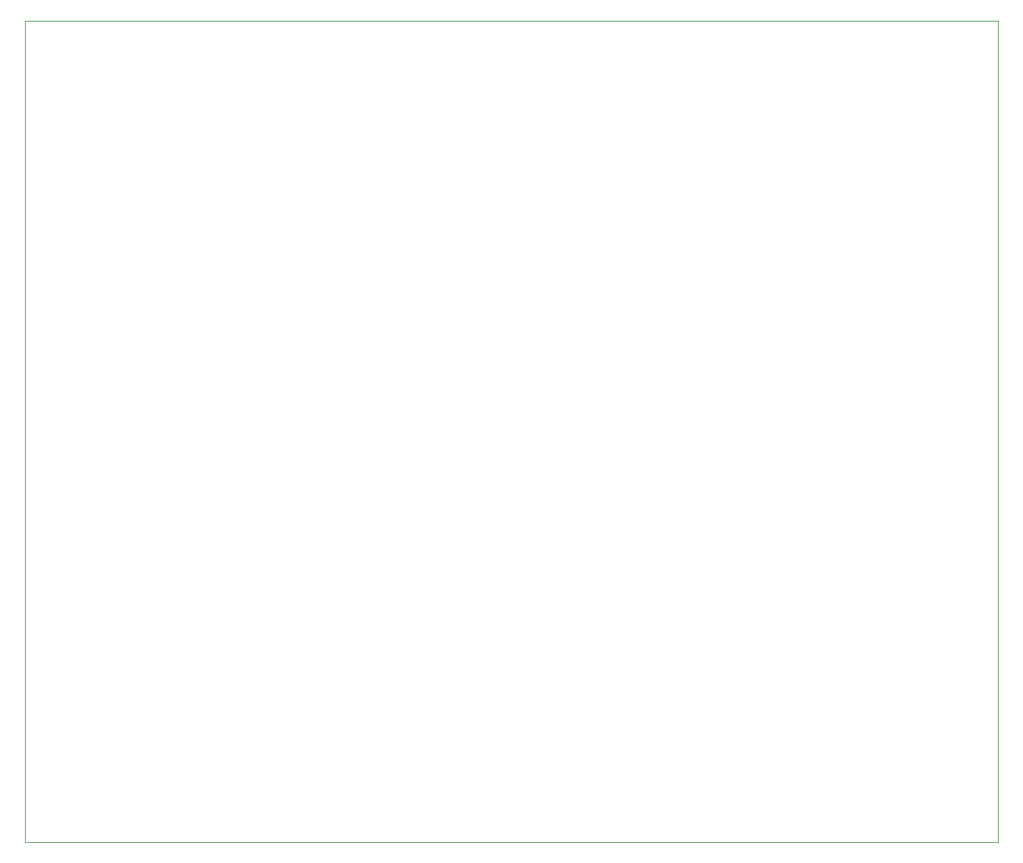
<source format=gbr>
G04 #@! TF.GenerationSoftware,KiCad,Pcbnew,5.0.0*
G04 #@! TF.CreationDate,2018-10-24T02:35:52+02:00*
G04 #@! TF.ProjectId,vcg,7663672E6B696361645F706362000000,rev?*
G04 #@! TF.SameCoordinates,Original*
G04 #@! TF.FileFunction,Profile,NP*
%FSLAX46Y46*%
G04 Gerber Fmt 4.6, Leading zero omitted, Abs format (unit mm)*
G04 Created by KiCad (PCBNEW 5.0.0) date Wed Oct 24 02:35:52 2018*
%MOMM*%
%LPD*%
G01*
G04 APERTURE LIST*
%ADD10C,0.100000*%
G04 APERTURE END LIST*
D10*
X168500000Y-30000000D02*
X168500000Y-130000000D01*
X50000000Y-30000000D02*
X168500000Y-30000000D01*
X50000000Y-30000000D02*
X50000000Y-130000000D01*
X50000000Y-130000000D02*
X168500000Y-130000000D01*
M02*

</source>
